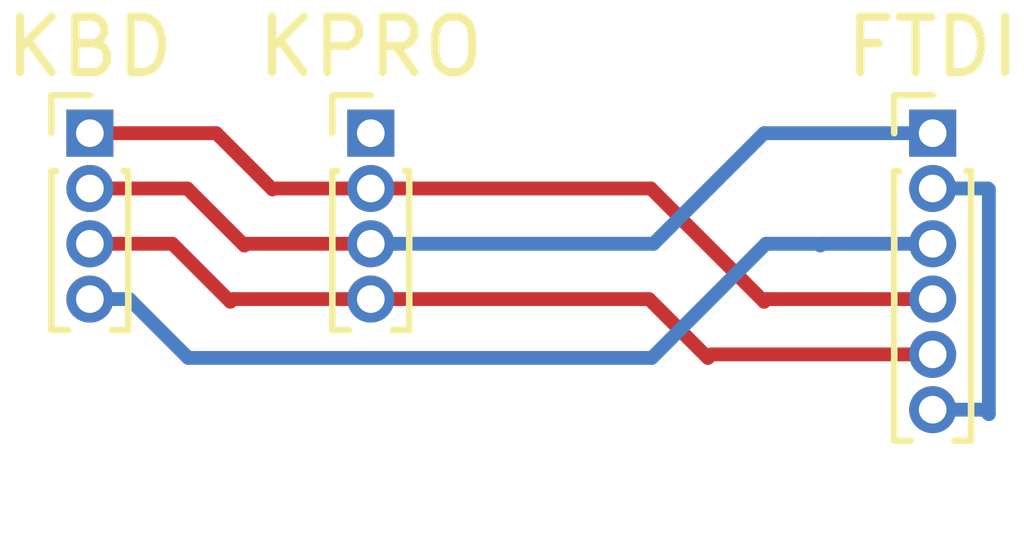
<source format=kicad_pcb>
(kicad_pcb (version 20211014) (generator pcbnew)
  (layers (0 "F.Cu" signal) (31 "B.Cu" signal) (34 "B.Paste" user) (35 "F.Paste" user) (36 "B.SilkS" user "B.Silkscreen") (37 "F.SilkS" user "F.Silkscreen") (38 "B.Mask" user) (39 "F.Mask" user) (44 "Edge.Cuts" user))
  (net 0 "")
  (footprint "Connector_PinHeader_1.00mm:PinHeader_1x04_P1.00mm_Vertical" (layer "F.Cu") (at 157.48 86.36)
    (fp_text reference "KPRO" (at 0 -1.56) (layer "F.SilkS"))
    (fp_text value " ")
    (fp_line (start 0.695 0.685) (end 0.695 3.56) (layer "F.SilkS") (width 0.12))
    (fp_line (start 0.394493 3.56) (end 0.695 3.56) (layer "F.SilkS") (width 0.12))
    (fp_line (start -0.695 3.56) (end -0.394493 3.56) (layer "F.SilkS") (width 0.12))
    (fp_line (start -0.695 0.685) (end -0.695 3.56) (layer "F.SilkS") (width 0.12))
    (fp_line (start -0.695 0) (end -0.695 -0.685) (layer "F.SilkS") (width 0.12))
    (fp_line (start 0.608276 0.685) (end 0.695 0.685) (layer "F.SilkS") (width 0.12))
    (fp_line (start -0.695 0.685) (end -0.608276 0.685) (layer "F.SilkS") (width 0.12))
    (fp_line (start -0.695 -0.685) (end 0 -0.685) (layer "F.SilkS") (width 0.12))
    (pad "1" thru_hole rect (at 0 0) (size 0.85 0.85) (drill 0.5) (layers *.Cu *.Mask))
    (pad "2" thru_hole oval (at 0 1) (size 0.85 0.85) (drill 0.5) (layers *.Cu *.Mask))
    (pad "3" thru_hole oval (at 0 2) (size 0.85 0.85) (drill 0.5) (layers *.Cu *.Mask))
    (pad "4" thru_hole oval (at 0 3) (size 0.85 0.85) (drill 0.5) (layers *.Cu *.Mask))
  )
  (footprint "Connector_PinHeader_1.00mm:PinHeader_1x04_P1.00mm_Vertical" (layer "F.Cu") (at 152.4 86.36)
    (fp_text reference "KBD" (at 0 -1.56) (layer "F.SilkS"))
    (fp_text value " ")
    (fp_line (start 0.695 0.685) (end 0.695 3.56) (layer "F.SilkS") (width 0.12))
    (fp_line (start -0.695 0.685) (end -0.608276 0.685) (layer "F.SilkS") (width 0.12))
    (fp_line (start 0.608276 0.685) (end 0.695 0.685) (layer "F.SilkS") (width 0.12))
    (fp_line (start -0.695 3.56) (end -0.394493 3.56) (layer "F.SilkS") (width 0.12))
    (fp_line (start 0.394493 3.56) (end 0.695 3.56) (layer "F.SilkS") (width 0.12))
    (fp_line (start -0.695 -0.685) (end 0 -0.685) (layer "F.SilkS") (width 0.12))
    (fp_line (start -0.695 0.685) (end -0.695 3.56) (layer "F.SilkS") (width 0.12))
    (fp_line (start -0.695 0) (end -0.695 -0.685) (layer "F.SilkS") (width 0.12))
    (pad "1" thru_hole rect (at 0 0) (size 0.85 0.85) (drill 0.5) (layers *.Cu *.Mask))
    (pad "2" thru_hole oval (at 0 1) (size 0.85 0.85) (drill 0.5) (layers *.Cu *.Mask))
    (pad "3" thru_hole oval (at 0 2) (size 0.85 0.85) (drill 0.5) (layers *.Cu *.Mask))
    (pad "4" thru_hole oval (at 0 3) (size 0.85 0.85) (drill 0.5) (layers *.Cu *.Mask))
  )
  (footprint "Connector_PinHeader_1.00mm:PinHeader_1x06_P1.00mm_Vertical" (layer "F.Cu") (at 167.64 86.36)
    (fp_text reference "FTDI" (at 0 -1.56) (layer "F.SilkS"))
    (fp_text value " ")
    (fp_line (start -0.695 0.685) (end -0.608276 0.685) (layer "F.SilkS") (width 0.12))
    (fp_line (start -0.695 5.56) (end -0.394493 5.56) (layer "F.SilkS") (width 0.12))
    (fp_line (start -0.695 0) (end -0.695 -0.685) (layer "F.SilkS") (width 0.12))
    (fp_line (start -0.695 0.685) (end -0.695 5.56) (layer "F.SilkS") (width 0.12))
    (fp_line (start 0.608276 0.685) (end 0.695 0.685) (layer "F.SilkS") (width 0.12))
    (fp_line (start 0.394493 5.56) (end 0.695 5.56) (layer "F.SilkS") (width 0.12))
    (fp_line (start -0.695 -0.685) (end 0 -0.685) (layer "F.SilkS") (width 0.12))
    (fp_line (start 0.695 0.685) (end 0.695 5.56) (layer "F.SilkS") (width 0.12))
    (pad "1" thru_hole rect (at 0 0) (size 0.85 0.85) (drill 0.5) (layers *.Cu *.Mask))
    (pad "2" thru_hole oval (at 0 1) (size 0.85 0.85) (drill 0.5) (layers *.Cu *.Mask))
    (pad "3" thru_hole oval (at 0 2) (size 0.85 0.85) (drill 0.5) (layers *.Cu *.Mask))
    (pad "4" thru_hole oval (at 0 3) (size 0.85 0.85) (drill 0.5) (layers *.Cu *.Mask))
    (pad "5" thru_hole oval (at 0 4) (size 0.85 0.85) (drill 0.5) (layers *.Cu *.Mask))
    (pad "6" thru_hole oval (at 0 5) (size 0.85 0.85) (drill 0.5) (layers *.Cu *.Mask))
  )
  (segment (start 155.702 87.376) (end 155.718 87.36) (width 0.25) (layer "F.Cu") (net 0))
  (segment (start 154.988 89.36) (end 157.48 89.36) (width 0.25) (layer "F.Cu") (net 0))
  (segment (start 154.686 86.36) (end 155.702 87.376) (width 0.25) (layer "F.Cu") (net 0))
  (segment (start 155.194 88.392) (end 155.226 88.36) (width 0.25) (layer "F.Cu") (net 0))
  (segment (start 162.512 89.36) (end 163.576 90.424) (width 0.25) (layer "F.Cu") (net 0))
  (segment (start 152.4 87.36) (end 154.162 87.36) (width 0.25) (layer "F.Cu") (net 0))
  (segment (start 163.576 90.424) (end 163.64 90.36) (width 0.25) (layer "F.Cu") (net 0))
  (segment (start 157.48 87.36) (end 162.544 87.36) (width 0.25) (layer "F.Cu") (net 0))
  (segment (start 163.64 90.36) (end 167.64 90.36) (width 0.25) (layer "F.Cu") (net 0))
  (segment (start 154.162 87.36) (end 155.194 88.392) (width 0.25) (layer "F.Cu") (net 0))
  (segment (start 155.226 88.36) (end 157.48 88.36) (width 0.25) (layer "F.Cu") (net 0))
  (segment (start 155.718 87.36) (end 157.48 87.36) (width 0.25) (layer "F.Cu") (net 0))
  (segment (start 164.64 89.36) (end 167.64 89.36) (width 0.25) (layer "F.Cu") (net 0))
  (segment (start 157.48 89.36) (end 162.512 89.36) (width 0.25) (layer "F.Cu") (net 0))
  (segment (start 152.4 88.36) (end 153.892 88.36) (width 0.25) (layer "F.Cu") (net 0))
  (segment (start 162.544 87.36) (end 164.592 89.408) (width 0.25) (layer "F.Cu") (net 0))
  (segment (start 152.4 86.36) (end 154.686 86.36) (width 0.25) (layer "F.Cu") (net 0))
  (segment (start 153.892 88.36) (end 154.94 89.408) (width 0.25) (layer "F.Cu") (net 0))
  (segment (start 164.592 89.408) (end 164.64 89.36) (width 0.25) (layer "F.Cu") (net 0))
  (segment (start 154.94 89.408) (end 154.988 89.36) (width 0.25) (layer "F.Cu") (net 0))
  (segment (start 164.624 88.36) (end 162.56 90.424) (width 0.25) (layer "B.Cu") (net 0))
  (segment (start 168.576 91.36) (end 167.64 91.36) (width 0.25) (layer "B.Cu") (net 0))
  (segment (start 168.64 87.36) (end 168.656 87.376) (width 0.25) (layer "B.Cu") (net 0))
  (segment (start 162.592 88.36) (end 164.592 86.36) (width 0.25) (layer "B.Cu") (net 0))
  (segment (start 167.64 88.36) (end 165.64 88.36) (width 0.25) (layer "B.Cu") (net 0))
  (segment (start 164.592 86.36) (end 167.64 86.36) (width 0.25) (layer "B.Cu") (net 0))
  (segment (start 165.64 88.36) (end 165.608 88.392) (width 0.25) (layer "B.Cu") (net 0))
  (segment (start 154.178 90.424) (end 153.114 89.36) (width 0.25) (layer "B.Cu") (net 0))
  (segment (start 165.64 88.36) (end 164.624 88.36) (width 0.25) (layer "B.Cu") (net 0))
  (segment (start 153.114 89.36) (end 152.4 89.36) (width 0.25) (layer "B.Cu") (net 0))
  (segment (start 168.656 91.44) (end 168.576 91.36) (width 0.25) (layer "B.Cu") (net 0))
  (segment (start 157.48 88.36) (end 162.592 88.36) (width 0.25) (layer "B.Cu") (net 0))
  (segment (start 168.656 87.376) (end 168.656 91.44) (width 0.25) (layer "B.Cu") (net 0))
  (segment (start 162.56 90.424) (end 154.178 90.424) (width 0.25) (layer "B.Cu") (net 0))
  (segment (start 167.64 87.36) (end 168.64 87.36) (width 0.25) (layer "B.Cu") (net 0))
)
</source>
